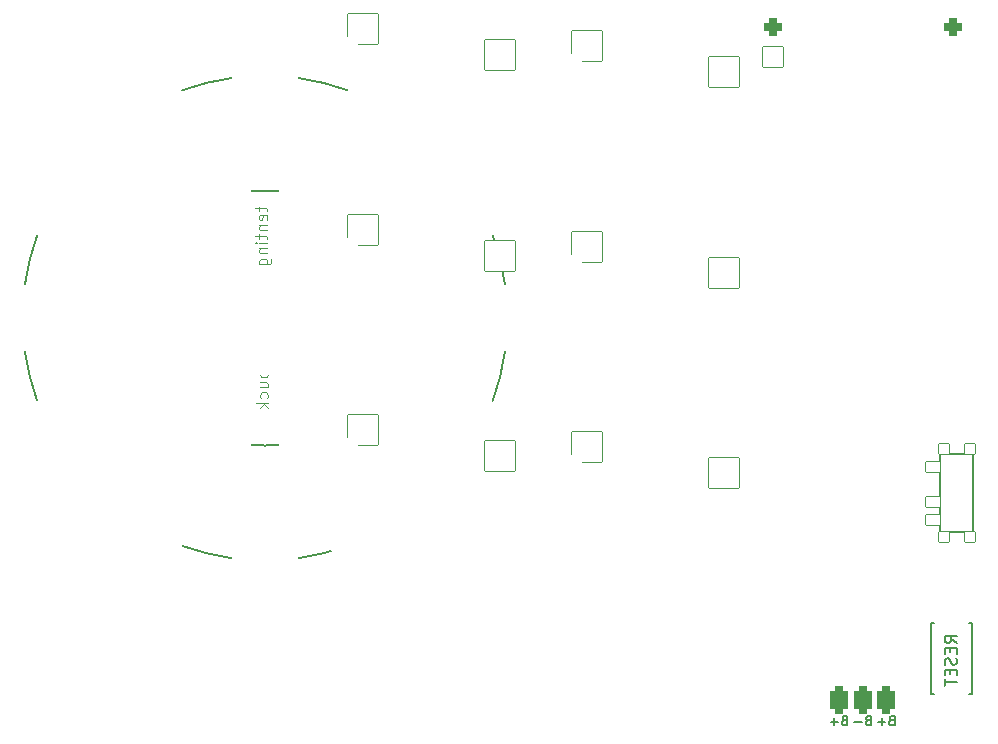
<source format=gbo>
%TF.GenerationSoftware,KiCad,Pcbnew,(6.0.4-0)*%
%TF.CreationDate,2022-04-26T17:06:57+02:00*%
%TF.ProjectId,rae_with_puck,7261655f-7769-4746-985f-7075636b2e6b,v1.0.0*%
%TF.SameCoordinates,Original*%
%TF.FileFunction,Legend,Bot*%
%TF.FilePolarity,Positive*%
%FSLAX46Y46*%
G04 Gerber Fmt 4.6, Leading zero omitted, Abs format (unit mm)*
G04 Created by KiCad (PCBNEW (6.0.4-0)) date 2022-04-26 17:06:57*
%MOMM*%
%LPD*%
G01*
G04 APERTURE LIST*
G04 Aperture macros list*
%AMRoundRect*
0 Rectangle with rounded corners*
0 $1 Rounding radius*
0 $2 $3 $4 $5 $6 $7 $8 $9 X,Y pos of 4 corners*
0 Add a 4 corners polygon primitive as box body*
4,1,4,$2,$3,$4,$5,$6,$7,$8,$9,$2,$3,0*
0 Add four circle primitives for the rounded corners*
1,1,$1+$1,$2,$3*
1,1,$1+$1,$4,$5*
1,1,$1+$1,$6,$7*
1,1,$1+$1,$8,$9*
0 Add four rect primitives between the rounded corners*
20,1,$1+$1,$2,$3,$4,$5,0*
20,1,$1+$1,$4,$5,$6,$7,0*
20,1,$1+$1,$6,$7,$8,$9,0*
20,1,$1+$1,$8,$9,$2,$3,0*%
G04 Aperture macros list end*
%ADD10C,0.150000*%
%ADD11C,0.100000*%
%ADD12C,0.200000*%
%ADD13RoundRect,0.375000X-0.375000X-0.750000X0.375000X-0.750000X0.375000X0.750000X-0.375000X0.750000X0*%
%ADD14R,1.752600X1.752600*%
%ADD15C,1.752600*%
%ADD16RoundRect,0.375000X-0.375000X-0.375000X0.375000X-0.375000X0.375000X0.375000X-0.375000X0.375000X0*%
%ADD17RoundRect,0.425000X-0.375000X-0.750000X0.375000X-0.750000X0.375000X0.750000X-0.375000X0.750000X0*%
%ADD18C,2.100000*%
%ADD19C,3.100000*%
%ADD20C,1.801800*%
%ADD21C,3.529000*%
%ADD22RoundRect,0.050000X-1.054507X-1.505993X1.505993X-1.054507X1.054507X1.505993X-1.505993X1.054507X0*%
%ADD23C,2.132000*%
%ADD24RoundRect,0.050000X-1.181751X-1.408356X1.408356X-1.181751X1.181751X1.408356X-1.408356X1.181751X0*%
%ADD25RoundRect,0.050000X-1.300000X-1.300000X1.300000X-1.300000X1.300000X1.300000X-1.300000X1.300000X0*%
%ADD26RoundRect,0.050000X-1.775833X-0.475833X0.475833X-1.775833X1.775833X0.475833X-0.475833X1.775833X0*%
%ADD27RoundRect,0.050000X-0.450000X0.450000X-0.450000X-0.450000X0.450000X-0.450000X0.450000X0.450000X0*%
%ADD28C,1.100000*%
%ADD29RoundRect,0.050000X-0.625000X0.450000X-0.625000X-0.450000X0.625000X-0.450000X0.625000X0.450000X0*%
%ADD30RoundRect,0.050000X-0.863113X-1.623279X1.623279X-0.863113X0.863113X1.623279X-1.623279X0.863113X0*%
%ADD31RoundRect,0.050000X-1.592168X-0.919239X0.919239X-1.592168X1.592168X0.919239X-0.919239X1.592168X0*%
%ADD32RoundRect,0.050000X-0.876300X0.876300X-0.876300X-0.876300X0.876300X-0.876300X0.876300X0.876300X0*%
%ADD33C,1.852600*%
%ADD34RoundRect,0.425000X-0.375000X-0.375000X0.375000X-0.375000X0.375000X0.375000X-0.375000X0.375000X0*%
%ADD35C,4.500000*%
G04 APERTURE END LIST*
D10*
%TO.C,PAD1*%
X156849182Y54073625D02*
X156734896Y54035530D01*
X156696801Y53997435D01*
X156658706Y53921244D01*
X156658706Y53806959D01*
X156696801Y53730768D01*
X156734896Y53692673D01*
X156811087Y53654578D01*
X157115848Y53654578D01*
X157115848Y54454578D01*
X156849182Y54454578D01*
X156772991Y54416483D01*
X156734896Y54378387D01*
X156696801Y54302197D01*
X156696801Y54226006D01*
X156734896Y54149816D01*
X156772991Y54111721D01*
X156849182Y54073625D01*
X157115848Y54073625D01*
X156315848Y53959340D02*
X155706325Y53959340D01*
X156011087Y53654578D02*
X156011087Y54264102D01*
X152849182Y54073625D02*
X152734896Y54035530D01*
X152696801Y53997435D01*
X152658706Y53921244D01*
X152658706Y53806959D01*
X152696801Y53730768D01*
X152734896Y53692673D01*
X152811087Y53654578D01*
X153115848Y53654578D01*
X153115848Y54454578D01*
X152849182Y54454578D01*
X152772991Y54416483D01*
X152734896Y54378387D01*
X152696801Y54302197D01*
X152696801Y54226006D01*
X152734896Y54149816D01*
X152772991Y54111721D01*
X152849182Y54073625D01*
X153115848Y54073625D01*
X152315848Y53959340D02*
X151706325Y53959340D01*
X152011087Y53654578D02*
X152011087Y54264102D01*
X154849182Y54073625D02*
X154734896Y54035530D01*
X154696801Y53997435D01*
X154658706Y53921244D01*
X154658706Y53806959D01*
X154696801Y53730768D01*
X154734896Y53692673D01*
X154811087Y53654578D01*
X155115848Y53654578D01*
X155115848Y54454578D01*
X154849182Y54454578D01*
X154772991Y54416483D01*
X154734896Y54378387D01*
X154696801Y54302197D01*
X154696801Y54226006D01*
X154734896Y54149816D01*
X154772991Y54111721D01*
X154849182Y54073625D01*
X155115848Y54073625D01*
X154315848Y53959340D02*
X153706325Y53959340D01*
%TO.C,B1*%
X162363467Y60641863D02*
X161887277Y60975197D01*
X162363467Y61213292D02*
X161363467Y61213292D01*
X161363467Y60832340D01*
X161411087Y60737102D01*
X161458706Y60689483D01*
X161553944Y60641863D01*
X161696801Y60641863D01*
X161792039Y60689483D01*
X161839658Y60737102D01*
X161887277Y60832340D01*
X161887277Y61213292D01*
X161839658Y60213292D02*
X161839658Y59879959D01*
X162363467Y59737102D02*
X162363467Y60213292D01*
X161363467Y60213292D01*
X161363467Y59737102D01*
X162315848Y59356149D02*
X162363467Y59213292D01*
X162363467Y58975197D01*
X162315848Y58879959D01*
X162268229Y58832340D01*
X162172991Y58784721D01*
X162077753Y58784721D01*
X161982515Y58832340D01*
X161934896Y58879959D01*
X161887277Y58975197D01*
X161839658Y59165673D01*
X161792039Y59260911D01*
X161744420Y59308530D01*
X161649182Y59356149D01*
X161553944Y59356149D01*
X161458706Y59308530D01*
X161411087Y59260911D01*
X161363467Y59165673D01*
X161363467Y58927578D01*
X161411087Y58784721D01*
X161839658Y58356149D02*
X161839658Y58022816D01*
X162363467Y57879959D02*
X162363467Y58356149D01*
X161363467Y58356149D01*
X161363467Y57879959D01*
X161363467Y57594244D02*
X161363467Y57022816D01*
X162363467Y57308530D02*
X161363467Y57308530D01*
D11*
%TO.C,REF\u002A\u002A*%
X103392434Y83608927D02*
X104392434Y83608927D01*
X103440053Y83608927D02*
X103392434Y83513688D01*
X103392434Y83323212D01*
X103440053Y83227974D01*
X103487672Y83180355D01*
X103582910Y83132736D01*
X103868624Y83132736D01*
X103963862Y83180355D01*
X104011481Y83227974D01*
X104059100Y83323212D01*
X104059100Y83513688D01*
X104011481Y83608927D01*
X103392434Y82275593D02*
X104059100Y82275593D01*
X103392434Y82704165D02*
X103916243Y82704165D01*
X104011481Y82656546D01*
X104059100Y82561307D01*
X104059100Y82418450D01*
X104011481Y82323212D01*
X103963862Y82275593D01*
X104011481Y81370831D02*
X104059100Y81466069D01*
X104059100Y81656546D01*
X104011481Y81751784D01*
X103963862Y81799403D01*
X103868624Y81847022D01*
X103582910Y81847022D01*
X103487672Y81799403D01*
X103440053Y81751784D01*
X103392434Y81656546D01*
X103392434Y81466069D01*
X103440053Y81370831D01*
X104059100Y80942260D02*
X103059100Y80942260D01*
X103678148Y80847022D02*
X104059100Y80561307D01*
X103392434Y80561307D02*
X103773386Y80942260D01*
X103328934Y97562927D02*
X103328934Y97181974D01*
X102995600Y97420069D02*
X103852743Y97420069D01*
X103947981Y97372450D01*
X103995600Y97277212D01*
X103995600Y97181974D01*
X103947981Y96467688D02*
X103995600Y96562927D01*
X103995600Y96753403D01*
X103947981Y96848641D01*
X103852743Y96896260D01*
X103471791Y96896260D01*
X103376553Y96848641D01*
X103328934Y96753403D01*
X103328934Y96562927D01*
X103376553Y96467688D01*
X103471791Y96420069D01*
X103567029Y96420069D01*
X103662267Y96896260D01*
X103328934Y95991498D02*
X103995600Y95991498D01*
X103424172Y95991498D02*
X103376553Y95943879D01*
X103328934Y95848641D01*
X103328934Y95705784D01*
X103376553Y95610546D01*
X103471791Y95562927D01*
X103995600Y95562927D01*
X103328934Y95229593D02*
X103328934Y94848641D01*
X102995600Y95086736D02*
X103852743Y95086736D01*
X103947981Y95039117D01*
X103995600Y94943879D01*
X103995600Y94848641D01*
X103995600Y94515307D02*
X103328934Y94515307D01*
X102995600Y94515307D02*
X103043220Y94562927D01*
X103090839Y94515307D01*
X103043220Y94467688D01*
X102995600Y94515307D01*
X103090839Y94515307D01*
X103328934Y94039117D02*
X103995600Y94039117D01*
X103424172Y94039117D02*
X103376553Y93991498D01*
X103328934Y93896260D01*
X103328934Y93753403D01*
X103376553Y93658165D01*
X103471791Y93610546D01*
X103995600Y93610546D01*
X103328934Y92705784D02*
X104138458Y92705784D01*
X104233696Y92753403D01*
X104281315Y92801022D01*
X104328934Y92896260D01*
X104328934Y93039117D01*
X104281315Y93134355D01*
X103947981Y92705784D02*
X103995600Y92801022D01*
X103995600Y92991498D01*
X103947981Y93086736D01*
X103900362Y93134355D01*
X103805124Y93181974D01*
X103519410Y93181974D01*
X103424172Y93134355D01*
X103376553Y93086736D01*
X103328934Y92991498D01*
X103328934Y92801022D01*
X103376553Y92705784D01*
D10*
%TO.C,B1*%
X160161087Y62316483D02*
X160411087Y62316483D01*
X160161087Y56316483D02*
X160161087Y62316483D01*
X163661087Y56316483D02*
X163411087Y56316483D01*
X163411087Y62316483D02*
X163661087Y62316483D01*
X163661087Y62316483D02*
X163661087Y56316483D01*
X160411087Y56316483D02*
X160161087Y56316483D01*
%TO.C,T2*%
X163761087Y71366483D02*
X163761087Y75266483D01*
X160911087Y70016483D02*
X163761087Y70016483D01*
X163761087Y76616483D02*
X160911087Y76616483D01*
X160911087Y76616483D02*
X160911087Y70016483D01*
X163761087Y73316483D02*
X163761087Y76616483D01*
X163761087Y73316483D02*
X163761087Y70016483D01*
D12*
%TO.C,REF\u002A\u002A*%
X103797220Y98936427D02*
G75*
G03*
X102668835Y98877291I-6J-10794921D01*
G01*
X124117220Y90998927D02*
G75*
G03*
X123083354Y95149475I-20320000J-2857500D01*
G01*
X100939720Y108461428D02*
G75*
G03*
X96789174Y107427562I2857500J-20320001D01*
G01*
X83477219Y85283927D02*
G75*
G03*
X84511085Y81133381I20320001J2857500D01*
G01*
X106654720Y67821427D02*
G75*
G03*
X110805265Y68855292I-2857506J20320019D01*
G01*
X96789175Y68855292D02*
G75*
G03*
X100939720Y67821427I7008045J19286135D01*
G01*
X123083354Y81133379D02*
G75*
G03*
X124117220Y85283927I-19286134J7008048D01*
G01*
X110805269Y107427560D02*
G75*
G03*
X106654720Y108461427I-7008049J-19286133D01*
G01*
X102668835Y77405563D02*
G75*
G03*
X103797220Y77346427I1128379J10735785D01*
G01*
X104925605Y98877290D02*
G75*
G03*
X103797220Y98936427I-1128385J-10735763D01*
G01*
X84511085Y95149471D02*
G75*
G03*
X83477220Y90998927I19286255J-7008074D01*
G01*
X103797220Y77346426D02*
G75*
G03*
X104925605Y77405563I0J10794901D01*
G01*
%TD*%
D13*
%TO.C,PAD1*%
X152411087Y55816483D03*
X156411087Y55816483D03*
X154411087Y55816483D03*
%TD*%
D14*
%TO.C,MCU1*%
X146791087Y110286483D03*
D15*
X146791087Y107746483D03*
X146791087Y105206483D03*
X146791087Y102666483D03*
X146791087Y100126483D03*
X146791087Y97586483D03*
X146791087Y95046483D03*
X146791087Y92506483D03*
X146791087Y89966483D03*
X146791087Y87426483D03*
X146791087Y84886483D03*
X146791087Y82346483D03*
X162031087Y110286483D03*
X162031087Y107746483D03*
X162031087Y105206483D03*
X162031087Y102666483D03*
X162031087Y100126483D03*
X162031087Y97586483D03*
X162031087Y95046483D03*
X162031087Y92506483D03*
X162031087Y89966483D03*
X162031087Y87426483D03*
X162031087Y84886483D03*
X162031087Y82346483D03*
D16*
X146791087Y112826483D03*
X162031087Y112826483D03*
%TD*%
%LPC*%
D17*
%TO.C,PAD1*%
X152411087Y55816483D03*
X156411087Y55816483D03*
X154411087Y55816483D03*
%TD*%
D18*
%TO.C,B1*%
X161911087Y56066483D03*
X161911087Y62566483D03*
%TD*%
D19*
%TO.C,S11*%
X75659968Y109306337D03*
X70353903Y110604673D03*
X70353903Y110604673D03*
D20*
X65970667Y103790002D03*
D19*
X65811891Y107569855D03*
D21*
X71387110Y104745067D03*
D20*
X76803553Y105700132D03*
D22*
X67128658Y110035975D03*
X78885213Y109875035D03*
%TD*%
D20*
%TO.C,S34*%
X157191785Y38610213D03*
D21*
X152428645Y41360213D03*
D20*
X147665505Y44110213D03*
D23*
X146198518Y40569316D03*
X154858772Y35569316D03*
X149478645Y36250663D03*
X149478645Y36250663D03*
%TD*%
D21*
%TO.C,S15*%
X94221643Y97114167D03*
D20*
X99700714Y97593524D03*
D19*
X98875782Y101285676D03*
X93703066Y103041525D03*
X93703066Y103041525D03*
X88913835Y100414118D03*
D20*
X88742572Y96634810D03*
D24*
X90440529Y102756090D03*
X102138320Y101571111D03*
%TD*%
D25*
%TO.C,S21*%
X123686087Y93436017D03*
X112136087Y95636017D03*
D21*
X115411087Y89686017D03*
D19*
X110411087Y93436017D03*
D20*
X120911087Y89686017D03*
D19*
X120411087Y93436017D03*
X115411087Y95636017D03*
D20*
X109911087Y89686017D03*
D19*
X115411087Y95636017D03*
%TD*%
D20*
%TO.C,S8*%
X71874705Y70306538D03*
X82707591Y72216668D03*
D21*
X77291148Y71261603D03*
D23*
X73026972Y66651093D03*
X82875050Y68387574D03*
X78315672Y65451237D03*
X78315672Y65451237D03*
%TD*%
D21*
%TO.C,S14*%
X95703291Y80178857D03*
D20*
X101182362Y80658214D03*
X90224220Y79699500D03*
D23*
X91053509Y75957538D03*
X101015456Y76829096D03*
X96217510Y74301308D03*
X96217510Y74301308D03*
%TD*%
%TO.C,S20*%
X115411087Y66786017D03*
X115411087Y66786017D03*
X110411087Y68886017D03*
X120411087Y68886017D03*
D20*
X120911087Y72686017D03*
X109911087Y72686017D03*
D21*
X115411087Y72686017D03*
%TD*%
D23*
%TO.C,S28*%
X134377759Y82346289D03*
X134377759Y82346289D03*
X139377759Y84446289D03*
X129377759Y84446289D03*
D21*
X134377759Y88246289D03*
D20*
X139877759Y88246289D03*
X128877759Y88246289D03*
%TD*%
D23*
%TO.C,S26*%
X134377759Y65346289D03*
X134377759Y65346289D03*
X139377759Y67446289D03*
X129377759Y67446289D03*
D20*
X139877759Y71246289D03*
X128877759Y71246289D03*
D21*
X134377759Y71246289D03*
%TD*%
D25*
%TO.C,S29*%
X142652759Y108996289D03*
X131102759Y111196289D03*
D20*
X128877759Y105246289D03*
D19*
X129377759Y108996289D03*
X139377759Y108996289D03*
D21*
X134377759Y105246289D03*
D20*
X139877759Y105246289D03*
D19*
X134377759Y111196289D03*
X134377759Y111196289D03*
%TD*%
D21*
%TO.C,S33*%
X152428645Y41360213D03*
D19*
X155403645Y46513064D03*
X149973518Y47107808D03*
D20*
X147665505Y44110213D03*
D19*
X155403645Y46513064D03*
X158633772Y42107808D03*
D20*
X157191785Y38610213D03*
D26*
X152567412Y48150564D03*
X161470005Y40470308D03*
%TD*%
D19*
%TO.C,S7*%
X71715929Y74086391D03*
X81564006Y75822873D03*
X76257941Y77121209D03*
D20*
X71874705Y70306538D03*
D19*
X76257941Y77121209D03*
D20*
X82707591Y72216668D03*
D21*
X77291148Y71261603D03*
D22*
X73032696Y76552511D03*
X84789251Y76391571D03*
%TD*%
D20*
%TO.C,S2*%
X57770005Y47649137D03*
D21*
X63029681Y49257181D03*
D20*
X68289357Y50865225D03*
D23*
X59359170Y44161364D03*
X68922217Y47085081D03*
X64754674Y43614983D03*
X64754674Y43614983D03*
%TD*%
D27*
%TO.C,T2*%
X163511087Y69616483D03*
X163511087Y77016483D03*
X161311087Y69616483D03*
X161311087Y77016483D03*
D28*
X162411087Y74816483D03*
X162411087Y71816483D03*
D29*
X160336087Y75566483D03*
X160336087Y72566483D03*
X160336087Y71066483D03*
%TD*%
D20*
%TO.C,S1*%
X68289357Y50865225D03*
D19*
X66714811Y54305182D03*
X61290069Y54947194D03*
X61290069Y54947194D03*
D21*
X63029681Y49257181D03*
D19*
X57151763Y51381465D03*
D20*
X57770005Y47649137D03*
D30*
X58158171Y53989677D03*
X69846709Y55262700D03*
%TD*%
D21*
%TO.C,S5*%
X53089043Y81771543D03*
D20*
X58348719Y83379587D03*
D19*
X51349431Y87461556D03*
X51349431Y87461556D03*
D20*
X47829367Y80163499D03*
D19*
X47211125Y83895827D03*
X56774173Y86819544D03*
D30*
X48217533Y86504039D03*
X59906071Y87777062D03*
%TD*%
D25*
%TO.C,S27*%
X142652759Y91996289D03*
X131102759Y94196289D03*
D20*
X128877759Y88246289D03*
D19*
X134377759Y94196289D03*
X134377759Y94196289D03*
X139377759Y91996289D03*
D21*
X134377759Y88246289D03*
D20*
X139877759Y88246289D03*
D19*
X129377759Y91996289D03*
%TD*%
%TO.C,S9*%
X68763910Y90828123D03*
D21*
X74339129Y88003335D03*
D19*
X73305922Y93862941D03*
X78611987Y92564605D03*
D20*
X68922686Y87048270D03*
D19*
X73305922Y93862941D03*
D20*
X79755572Y88958400D03*
D22*
X70080677Y93294243D03*
X81837232Y93133303D03*
%TD*%
D20*
%TO.C,S16*%
X99700714Y97593524D03*
D21*
X94221643Y97114167D03*
D20*
X88742572Y96634810D03*
D23*
X99533808Y93764406D03*
X89571861Y92892848D03*
X94735862Y91236618D03*
X94735862Y91236618D03*
%TD*%
%TO.C,S30*%
X134377759Y99346289D03*
X134377759Y99346289D03*
X129377759Y101446289D03*
X139377759Y101446289D03*
D21*
X134377759Y105246289D03*
D20*
X128877759Y105246289D03*
X139877759Y105246289D03*
%TD*%
%TO.C,S13*%
X90224220Y79699500D03*
X101182362Y80658214D03*
D21*
X95703291Y80178857D03*
D19*
X95184714Y86106215D03*
X100357430Y84350366D03*
X95184714Y86106215D03*
X90395483Y83478808D03*
D24*
X91922177Y85820780D03*
X103619968Y84635801D03*
%TD*%
D23*
%TO.C,S24*%
X115411087Y100786017D03*
X115411087Y100786017D03*
X120411087Y102886017D03*
X110411087Y102886017D03*
D21*
X115411087Y106686017D03*
D20*
X120911087Y106686017D03*
X109911087Y106686017D03*
%TD*%
%TO.C,S17*%
X87260925Y113570120D03*
D21*
X92739996Y114049477D03*
D20*
X98219067Y114528834D03*
D19*
X87432188Y117349428D03*
X97394135Y118220986D03*
X92221419Y119976835D03*
X92221419Y119976835D03*
D24*
X88958882Y119691400D03*
X100656673Y118506421D03*
%TD*%
D20*
%TO.C,S4*%
X52799686Y63906318D03*
X63319038Y67122406D03*
D21*
X58059362Y65514362D03*
D23*
X54388851Y60418545D03*
X63951898Y63342262D03*
X59784355Y59872164D03*
X59784355Y59872164D03*
%TD*%
D20*
%TO.C,S10*%
X79755572Y88958400D03*
X68922686Y87048270D03*
D21*
X74339129Y88003335D03*
D23*
X70074953Y83392825D03*
X79923031Y85129306D03*
X75363653Y82192969D03*
X75363653Y82192969D03*
%TD*%
%TO.C,S22*%
X115411087Y83786017D03*
X115411087Y83786017D03*
X120411087Y85886017D03*
X110411087Y85886017D03*
D21*
X115411087Y89686017D03*
D20*
X120911087Y89686017D03*
X109911087Y89686017D03*
%TD*%
D21*
%TO.C,S31*%
X133891046Y49038738D03*
D20*
X128578454Y50462243D03*
D19*
X135431019Y54785997D03*
X139691247Y51366865D03*
X135431019Y54785997D03*
X130031988Y53955055D03*
D20*
X139203638Y47615233D03*
D31*
X132267612Y55633629D03*
X142854654Y50519232D03*
%TD*%
D32*
%TO.C,MCU1*%
X146791087Y110286483D03*
D33*
X146791087Y107746483D03*
X146791087Y105206483D03*
X146791087Y102666483D03*
X146791087Y100126483D03*
X146791087Y97586483D03*
X146791087Y95046483D03*
X146791087Y92506483D03*
X146791087Y89966483D03*
X146791087Y87426483D03*
X146791087Y84886483D03*
X146791087Y82346483D03*
X162031087Y110286483D03*
X162031087Y107746483D03*
X162031087Y105206483D03*
X162031087Y102666483D03*
X162031087Y100126483D03*
X162031087Y97586483D03*
X162031087Y95046483D03*
X162031087Y92506483D03*
X162031087Y89966483D03*
X162031087Y87426483D03*
X162031087Y84886483D03*
X162031087Y82346483D03*
D34*
X146791087Y112826483D03*
X162031087Y112826483D03*
%TD*%
D20*
%TO.C,S3*%
X52799686Y63906318D03*
D19*
X52181444Y67638646D03*
D21*
X58059362Y65514362D03*
D19*
X61744492Y70562363D03*
X56319750Y71204375D03*
X56319750Y71204375D03*
D20*
X63319038Y67122406D03*
D30*
X53187852Y70246858D03*
X64876390Y71519881D03*
%TD*%
D20*
%TO.C,S32*%
X139203638Y47615233D03*
D21*
X133891046Y49038738D03*
D20*
X128578454Y50462243D03*
D23*
X137737163Y44074125D03*
X128077904Y46662315D03*
X132364014Y43339776D03*
X132364014Y43339776D03*
%TD*%
D35*
%TO.C,REF\u002A\u002A*%
X103797220Y107191427D03*
X103797220Y69091427D03*
X84747220Y88141427D03*
%TD*%
D21*
%TO.C,S12*%
X71387110Y104745067D03*
D20*
X65970667Y103790002D03*
X76803553Y105700132D03*
D23*
X76971012Y101871038D03*
X67122934Y100134557D03*
X72411634Y98934701D03*
X72411634Y98934701D03*
%TD*%
D25*
%TO.C,S23*%
X123686087Y110436017D03*
X112136087Y112636017D03*
D20*
X109911087Y106686017D03*
D19*
X120411087Y110436017D03*
X110411087Y110436017D03*
X115411087Y112636017D03*
X115411087Y112636017D03*
D20*
X120911087Y106686017D03*
D21*
X115411087Y106686017D03*
%TD*%
D25*
%TO.C,S25*%
X142652759Y74996289D03*
X131102759Y77196289D03*
D20*
X128877759Y71246289D03*
D19*
X139377759Y74996289D03*
X134377759Y77196289D03*
D20*
X139877759Y71246289D03*
D19*
X129377759Y74996289D03*
D21*
X134377759Y71246289D03*
D19*
X134377759Y77196289D03*
%TD*%
D20*
%TO.C,S6*%
X47829367Y80163499D03*
X58348719Y83379587D03*
D21*
X53089043Y81771543D03*
D23*
X49418532Y76675726D03*
X58981579Y79599443D03*
X54814036Y76129345D03*
X54814036Y76129345D03*
%TD*%
D25*
%TO.C,S19*%
X123686087Y76436017D03*
X112136087Y78636017D03*
D19*
X115411087Y78636017D03*
X120411087Y76436017D03*
D20*
X109911087Y72686017D03*
X120911087Y72686017D03*
D19*
X110411087Y76436017D03*
X115411087Y78636017D03*
D21*
X115411087Y72686017D03*
%TD*%
D20*
%TO.C,S18*%
X98219067Y114528834D03*
D21*
X92739996Y114049477D03*
D20*
X87260925Y113570120D03*
D23*
X88090214Y109828158D03*
X98052161Y110699716D03*
X93254215Y108171928D03*
X93254215Y108171928D03*
%TD*%
M02*

</source>
